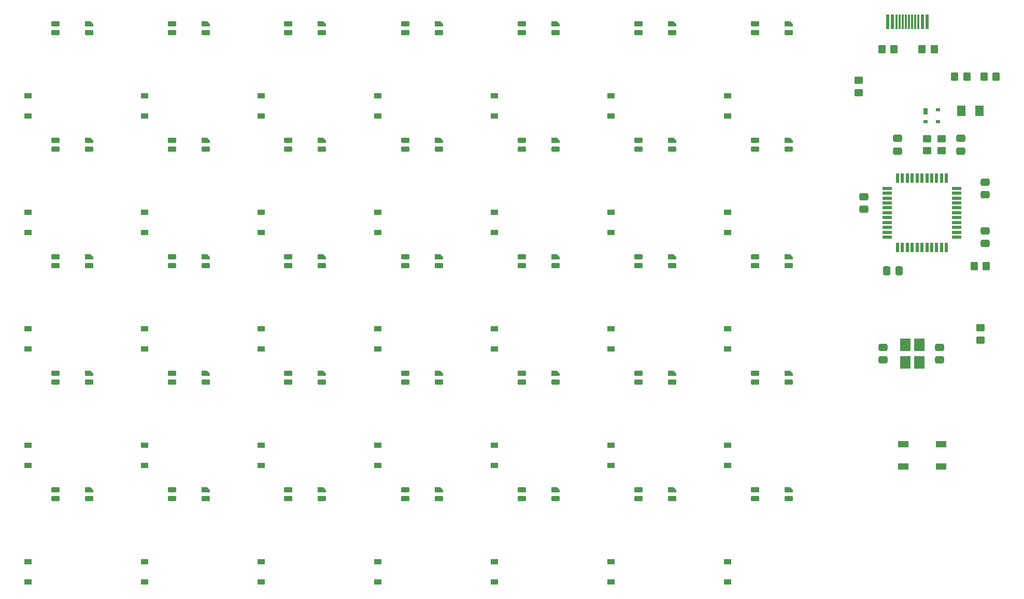
<source format=gtp>
%TF.GenerationSoftware,KiCad,Pcbnew,(6.0.6)*%
%TF.CreationDate,2022-08-12T02:15:28+08:00*%
%TF.ProjectId,5x07,35783037-2e6b-4696-9361-645f70636258,rev?*%
%TF.SameCoordinates,Original*%
%TF.FileFunction,Paste,Top*%
%TF.FilePolarity,Positive*%
%FSLAX46Y46*%
G04 Gerber Fmt 4.6, Leading zero omitted, Abs format (unit mm)*
G04 Created by KiCad (PCBNEW (6.0.6)) date 2022-08-12 02:15:28*
%MOMM*%
%LPD*%
G01*
G04 APERTURE LIST*
G04 Aperture macros list*
%AMRoundRect*
0 Rectangle with rounded corners*
0 $1 Rounding radius*
0 $2 $3 $4 $5 $6 $7 $8 $9 X,Y pos of 4 corners*
0 Add a 4 corners polygon primitive as box body*
4,1,4,$2,$3,$4,$5,$6,$7,$8,$9,$2,$3,0*
0 Add four circle primitives for the rounded corners*
1,1,$1+$1,$2,$3*
1,1,$1+$1,$4,$5*
1,1,$1+$1,$6,$7*
1,1,$1+$1,$8,$9*
0 Add four rect primitives between the rounded corners*
20,1,$1+$1,$2,$3,$4,$5,0*
20,1,$1+$1,$4,$5,$6,$7,0*
20,1,$1+$1,$6,$7,$8,$9,0*
20,1,$1+$1,$8,$9,$2,$3,0*%
%AMFreePoly0*
4,1,18,-0.410000,0.265000,0.000000,0.675000,0.328000,0.675000,0.359380,0.668758,0.385983,0.650983,0.403758,0.624380,0.410000,0.593000,0.410000,-0.593000,0.403758,-0.624380,0.385983,-0.650983,0.359380,-0.668758,0.328000,-0.675000,-0.328000,-0.675000,-0.359380,-0.668758,-0.385983,-0.650983,-0.403758,-0.624380,-0.410000,-0.593000,-0.410000,0.265000,-0.410000,0.265000,$1*%
G04 Aperture macros list end*
%ADD10RoundRect,0.082000X-0.593000X0.328000X-0.593000X-0.328000X0.593000X-0.328000X0.593000X0.328000X0*%
%ADD11FreePoly0,270.000000*%
%ADD12R,1.200000X0.900000*%
%ADD13RoundRect,0.250000X0.475000X-0.337500X0.475000X0.337500X-0.475000X0.337500X-0.475000X-0.337500X0*%
%ADD14RoundRect,0.250000X0.450000X-0.350000X0.450000X0.350000X-0.450000X0.350000X-0.450000X-0.350000X0*%
%ADD15RoundRect,0.250001X-0.462499X-0.624999X0.462499X-0.624999X0.462499X0.624999X-0.462499X0.624999X0*%
%ADD16R,0.600000X2.450000*%
%ADD17R,0.300000X2.450000*%
%ADD18RoundRect,0.250000X-0.450000X0.350000X-0.450000X-0.350000X0.450000X-0.350000X0.450000X0.350000X0*%
%ADD19RoundRect,0.250000X-0.475000X0.337500X-0.475000X-0.337500X0.475000X-0.337500X0.475000X0.337500X0*%
%ADD20RoundRect,0.250000X0.337500X0.475000X-0.337500X0.475000X-0.337500X-0.475000X0.337500X-0.475000X0*%
%ADD21RoundRect,0.250000X0.350000X0.450000X-0.350000X0.450000X-0.350000X-0.450000X0.350000X-0.450000X0*%
%ADD22R,0.550000X1.500000*%
%ADD23R,1.500000X0.550000*%
%ADD24RoundRect,0.250000X-0.350000X-0.450000X0.350000X-0.450000X0.350000X0.450000X-0.350000X0.450000X0*%
%ADD25R,0.700000X1.000000*%
%ADD26R,0.700000X0.600000*%
%ADD27R,1.800000X2.100000*%
%ADD28R,1.800000X1.100000*%
G04 APERTURE END LIST*
D10*
%TO.C,LED4*%
X121168750Y-40437500D03*
X121168750Y-38937500D03*
X126618750Y-40437500D03*
D11*
X126618750Y-38937500D03*
%TD*%
D12*
%TO.C,D22*%
X135731250Y-92137500D03*
X135731250Y-88837500D03*
%TD*%
D10*
%TO.C,LED19*%
X102062500Y-78537500D03*
X102062500Y-77037500D03*
X107512500Y-78537500D03*
D11*
X107512500Y-77037500D03*
%TD*%
D12*
%TO.C,D16*%
X59531250Y-73087500D03*
X59531250Y-69787500D03*
%TD*%
D10*
%TO.C,LED18*%
X121168750Y-78537500D03*
X121168750Y-77037500D03*
X126618750Y-78537500D03*
D11*
X126618750Y-77037500D03*
%TD*%
D10*
%TO.C,LED34*%
X83068750Y-116637500D03*
X83068750Y-115137500D03*
X88518750Y-116637500D03*
D11*
X88518750Y-115137500D03*
%TD*%
D10*
%TO.C,LED7*%
X64018750Y-40437500D03*
X64018750Y-38937500D03*
X69468750Y-40437500D03*
D11*
X69468750Y-38937500D03*
%TD*%
D12*
%TO.C,D20*%
X173831250Y-92137500D03*
X173831250Y-88837500D03*
%TD*%
D13*
%TO.C,C8*%
X211931250Y-59775000D03*
X211931250Y-57700000D03*
%TD*%
D12*
%TO.C,D40*%
X173831250Y-130237500D03*
X173831250Y-126937500D03*
%TD*%
%TO.C,D2*%
X135731250Y-54037500D03*
X135731250Y-50737500D03*
%TD*%
D10*
%TO.C,LED20*%
X83068750Y-78537500D03*
X83068750Y-77037500D03*
X88518750Y-78537500D03*
D11*
X88518750Y-77037500D03*
%TD*%
D12*
%TO.C,D13*%
X116681250Y-73087500D03*
X116681250Y-69787500D03*
%TD*%
D14*
%TO.C,R7*%
X195262500Y-50212500D03*
X195262500Y-48212500D03*
%TD*%
D15*
%TO.C,F1*%
X212031250Y-53181250D03*
X215006250Y-53181250D03*
%TD*%
D16*
%TO.C,USB1*%
X206425000Y-38578750D03*
X205650000Y-38578750D03*
D17*
X204950000Y-38578750D03*
X204450000Y-38578750D03*
X203950000Y-38578750D03*
X203450000Y-38578750D03*
X202950000Y-38578750D03*
X202450000Y-38578750D03*
X201950000Y-38578750D03*
X201450000Y-38578750D03*
D16*
X200750000Y-38578750D03*
X199975000Y-38578750D03*
%TD*%
D12*
%TO.C,D23*%
X116681250Y-92137500D03*
X116681250Y-88837500D03*
%TD*%
%TO.C,D10*%
X173831250Y-73087500D03*
X173831250Y-69787500D03*
%TD*%
%TO.C,D35*%
X78581250Y-111187500D03*
X78581250Y-107887500D03*
%TD*%
D10*
%TO.C,LED11*%
X121168750Y-59487500D03*
X121168750Y-57987500D03*
X126618750Y-59487500D03*
D11*
X126618750Y-57987500D03*
%TD*%
D18*
%TO.C,R5*%
X206375000Y-57737500D03*
X206375000Y-59737500D03*
%TD*%
D12*
%TO.C,D31*%
X154781250Y-111187500D03*
X154781250Y-107887500D03*
%TD*%
%TO.C,D3*%
X116681250Y-54037500D03*
X116681250Y-50737500D03*
%TD*%
%TO.C,D15*%
X78581250Y-73087500D03*
X78581250Y-69787500D03*
%TD*%
%TO.C,D34*%
X97631250Y-111187500D03*
X97631250Y-107887500D03*
%TD*%
D10*
%TO.C,LED35*%
X64018750Y-116637500D03*
X64018750Y-115137500D03*
X69468750Y-116637500D03*
D11*
X69468750Y-115137500D03*
%TD*%
D12*
%TO.C,D46*%
X59531250Y-130237500D03*
X59531250Y-126937500D03*
%TD*%
D19*
%TO.C,C3*%
X201612500Y-57700000D03*
X201612500Y-59775000D03*
%TD*%
D12*
%TO.C,D36*%
X59531250Y-111187500D03*
X59531250Y-107887500D03*
%TD*%
D20*
%TO.C,C4*%
X201856250Y-79375000D03*
X199781250Y-79375000D03*
%TD*%
D13*
%TO.C,C5*%
X215900000Y-74856250D03*
X215900000Y-72781250D03*
%TD*%
D19*
%TO.C,C6*%
X196056250Y-67225000D03*
X196056250Y-69300000D03*
%TD*%
D10*
%TO.C,LED5*%
X102062500Y-40437500D03*
X102062500Y-38937500D03*
X107512500Y-40437500D03*
D11*
X107512500Y-38937500D03*
%TD*%
D10*
%TO.C,LED24*%
X140218750Y-97587500D03*
X140218750Y-96087500D03*
X145668750Y-97587500D03*
D11*
X145668750Y-96087500D03*
%TD*%
D10*
%TO.C,LED13*%
X83068750Y-59487500D03*
X83068750Y-57987500D03*
X88518750Y-59487500D03*
D11*
X88518750Y-57987500D03*
%TD*%
D12*
%TO.C,D6*%
X59531250Y-54037500D03*
X59531250Y-50737500D03*
%TD*%
D10*
%TO.C,LED8*%
X178318750Y-59487500D03*
X178318750Y-57987500D03*
X183768750Y-59487500D03*
D11*
X183768750Y-57987500D03*
%TD*%
D10*
%TO.C,LED25*%
X121168750Y-97587500D03*
X121168750Y-96087500D03*
X126618750Y-97587500D03*
D11*
X126618750Y-96087500D03*
%TD*%
D12*
%TO.C,D1*%
X154781250Y-54037500D03*
X154781250Y-50737500D03*
%TD*%
%TO.C,D43*%
X116681250Y-130237500D03*
X116681250Y-126937500D03*
%TD*%
D10*
%TO.C,LED17*%
X140218750Y-78537500D03*
X140218750Y-77037500D03*
X145668750Y-78537500D03*
D11*
X145668750Y-77037500D03*
%TD*%
D21*
%TO.C,R1*%
X201025000Y-43083750D03*
X199025000Y-43083750D03*
%TD*%
D12*
%TO.C,D4*%
X97631250Y-54037500D03*
X97631250Y-50737500D03*
%TD*%
%TO.C,D21*%
X154781250Y-92137500D03*
X154781250Y-88837500D03*
%TD*%
D10*
%TO.C,LED30*%
X159268750Y-116637500D03*
X159268750Y-115137500D03*
X164718750Y-116637500D03*
D11*
X164718750Y-115137500D03*
%TD*%
D22*
%TO.C,U1*%
X209581250Y-64150000D03*
X208781250Y-64150000D03*
X207981250Y-64150000D03*
X207181250Y-64150000D03*
X206381250Y-64150000D03*
X205581250Y-64150000D03*
X204781250Y-64150000D03*
X203981250Y-64150000D03*
X203181250Y-64150000D03*
X202381250Y-64150000D03*
X201581250Y-64150000D03*
D23*
X199881250Y-65850000D03*
X199881250Y-66650000D03*
X199881250Y-67450000D03*
X199881250Y-68250000D03*
X199881250Y-69050000D03*
X199881250Y-69850000D03*
X199881250Y-70650000D03*
X199881250Y-71450000D03*
X199881250Y-72250000D03*
X199881250Y-73050000D03*
X199881250Y-73850000D03*
D22*
X201581250Y-75550000D03*
X202381250Y-75550000D03*
X203181250Y-75550000D03*
X203981250Y-75550000D03*
X204781250Y-75550000D03*
X205581250Y-75550000D03*
X206381250Y-75550000D03*
X207181250Y-75550000D03*
X207981250Y-75550000D03*
X208781250Y-75550000D03*
X209581250Y-75550000D03*
D23*
X211281250Y-73850000D03*
X211281250Y-73050000D03*
X211281250Y-72250000D03*
X211281250Y-71450000D03*
X211281250Y-70650000D03*
X211281250Y-69850000D03*
X211281250Y-69050000D03*
X211281250Y-68250000D03*
X211281250Y-67450000D03*
X211281250Y-66650000D03*
X211281250Y-65850000D03*
%TD*%
D13*
%TO.C,C1*%
X199231250Y-93906250D03*
X199231250Y-91831250D03*
%TD*%
D12*
%TO.C,D42*%
X135731250Y-130237500D03*
X135731250Y-126937500D03*
%TD*%
D10*
%TO.C,LED27*%
X83068750Y-97587500D03*
X83068750Y-96087500D03*
X88518750Y-97587500D03*
D11*
X88518750Y-96087500D03*
%TD*%
D10*
%TO.C,LED1*%
X178318750Y-40437500D03*
X178318750Y-38937500D03*
X183768750Y-40437500D03*
D11*
X183768750Y-38937500D03*
%TD*%
D12*
%TO.C,D24*%
X97631250Y-92137500D03*
X97631250Y-88837500D03*
%TD*%
%TO.C,D45*%
X78581250Y-130237500D03*
X78581250Y-126937500D03*
%TD*%
%TO.C,D30*%
X173831250Y-111187500D03*
X173831250Y-107887500D03*
%TD*%
%TO.C,D14*%
X97631250Y-73087500D03*
X97631250Y-69787500D03*
%TD*%
D10*
%TO.C,LED14*%
X64018750Y-59487500D03*
X64018750Y-57987500D03*
X69468750Y-59487500D03*
D11*
X69468750Y-57987500D03*
%TD*%
D10*
%TO.C,LED28*%
X64018750Y-97587500D03*
X64018750Y-96087500D03*
X69468750Y-97587500D03*
D11*
X69468750Y-96087500D03*
%TD*%
D10*
%TO.C,LED15*%
X178318750Y-78537500D03*
X178318750Y-77037500D03*
X183768750Y-78537500D03*
D11*
X183768750Y-77037500D03*
%TD*%
D12*
%TO.C,D32*%
X135731250Y-111187500D03*
X135731250Y-107887500D03*
%TD*%
D10*
%TO.C,LED32*%
X121168750Y-116637500D03*
X121168750Y-115137500D03*
X126618750Y-116637500D03*
D11*
X126618750Y-115137500D03*
%TD*%
D12*
%TO.C,D33*%
X116681250Y-111187500D03*
X116681250Y-107887500D03*
%TD*%
D10*
%TO.C,LED21*%
X64018750Y-78537500D03*
X64018750Y-77037500D03*
X69468750Y-78537500D03*
D11*
X69468750Y-77037500D03*
%TD*%
D10*
%TO.C,LED6*%
X83068750Y-40437500D03*
X83068750Y-38937500D03*
X88518750Y-40437500D03*
D11*
X88518750Y-38937500D03*
%TD*%
D12*
%TO.C,D12*%
X135731250Y-73087500D03*
X135731250Y-69787500D03*
%TD*%
D10*
%TO.C,LED23*%
X159268750Y-97587500D03*
X159268750Y-96087500D03*
X164718750Y-97587500D03*
D11*
X164718750Y-96087500D03*
%TD*%
D10*
%TO.C,LED29*%
X178318750Y-116637500D03*
X178318750Y-115137500D03*
X183768750Y-116637500D03*
D11*
X183768750Y-115137500D03*
%TD*%
D12*
%TO.C,D11*%
X154781250Y-73087500D03*
X154781250Y-69787500D03*
%TD*%
D24*
%TO.C,R2*%
X205581250Y-43083750D03*
X207581250Y-43083750D03*
%TD*%
D10*
%TO.C,LED16*%
X159268750Y-78537500D03*
X159268750Y-77037500D03*
X164718750Y-78537500D03*
D11*
X164718750Y-77037500D03*
%TD*%
D10*
%TO.C,LED3*%
X140218750Y-40437500D03*
X140218750Y-38937500D03*
X145668750Y-40437500D03*
D11*
X145668750Y-38937500D03*
%TD*%
D12*
%TO.C,D0*%
X173831250Y-54037500D03*
X173831250Y-50737500D03*
%TD*%
D10*
%TO.C,LED22*%
X178318750Y-97587500D03*
X178318750Y-96087500D03*
X183768750Y-97587500D03*
D11*
X183768750Y-96087500D03*
%TD*%
D24*
%TO.C,R8*%
X210937500Y-47625000D03*
X212937500Y-47625000D03*
%TD*%
D10*
%TO.C,LED26*%
X102062500Y-97587500D03*
X102062500Y-96087500D03*
X107512500Y-97587500D03*
D11*
X107512500Y-96087500D03*
%TD*%
D12*
%TO.C,D26*%
X59531250Y-92137500D03*
X59531250Y-88837500D03*
%TD*%
D10*
%TO.C,LED33*%
X102062500Y-116637500D03*
X102062500Y-115137500D03*
X107512500Y-116637500D03*
D11*
X107512500Y-115137500D03*
%TD*%
D18*
%TO.C,R4*%
X208756250Y-57737500D03*
X208756250Y-59737500D03*
%TD*%
D19*
%TO.C,C7*%
X215900000Y-64843750D03*
X215900000Y-66918750D03*
%TD*%
D24*
%TO.C,R9*%
X215687500Y-47625000D03*
X217687500Y-47625000D03*
%TD*%
D18*
%TO.C,R6*%
X215106250Y-88693750D03*
X215106250Y-90693750D03*
%TD*%
D10*
%TO.C,LED12*%
X102062500Y-59487500D03*
X102062500Y-57987500D03*
X107512500Y-59487500D03*
D11*
X107512500Y-57987500D03*
%TD*%
D10*
%TO.C,LED10*%
X140218750Y-59487500D03*
X140218750Y-57987500D03*
X145668750Y-59487500D03*
D11*
X145668750Y-57987500D03*
%TD*%
D25*
%TO.C,U2*%
X206168750Y-53225000D03*
D26*
X206168750Y-54925000D03*
X208168750Y-54925000D03*
X208168750Y-53025000D03*
%TD*%
D10*
%TO.C,LED31*%
X140218750Y-116637500D03*
X140218750Y-115137500D03*
X145668750Y-116637500D03*
D11*
X145668750Y-115137500D03*
%TD*%
D19*
%TO.C,C2*%
X208418750Y-91831250D03*
X208418750Y-93906250D03*
%TD*%
D12*
%TO.C,D25*%
X78581250Y-92137500D03*
X78581250Y-88837500D03*
%TD*%
D10*
%TO.C,LED2*%
X159268750Y-40437500D03*
X159268750Y-38937500D03*
X164718750Y-40437500D03*
D11*
X164718750Y-38937500D03*
%TD*%
D27*
%TO.C,Y1*%
X202843750Y-91418750D03*
X202843750Y-94318750D03*
X205143750Y-94318750D03*
X205143750Y-91418750D03*
%TD*%
D24*
%TO.C,R3*%
X214106250Y-78581250D03*
X216106250Y-78581250D03*
%TD*%
D12*
%TO.C,D5*%
X78581250Y-54037500D03*
X78581250Y-50737500D03*
%TD*%
%TO.C,D41*%
X154781250Y-130237500D03*
X154781250Y-126937500D03*
%TD*%
D10*
%TO.C,LED9*%
X159268750Y-59487500D03*
X159268750Y-57987500D03*
X164718750Y-59487500D03*
D11*
X164718750Y-57987500D03*
%TD*%
D12*
%TO.C,D44*%
X97631250Y-130237500D03*
X97631250Y-126937500D03*
%TD*%
D28*
%TO.C,SW1*%
X202481250Y-111387500D03*
X208681250Y-111387500D03*
X202481250Y-107687500D03*
X208681250Y-107687500D03*
%TD*%
M02*

</source>
